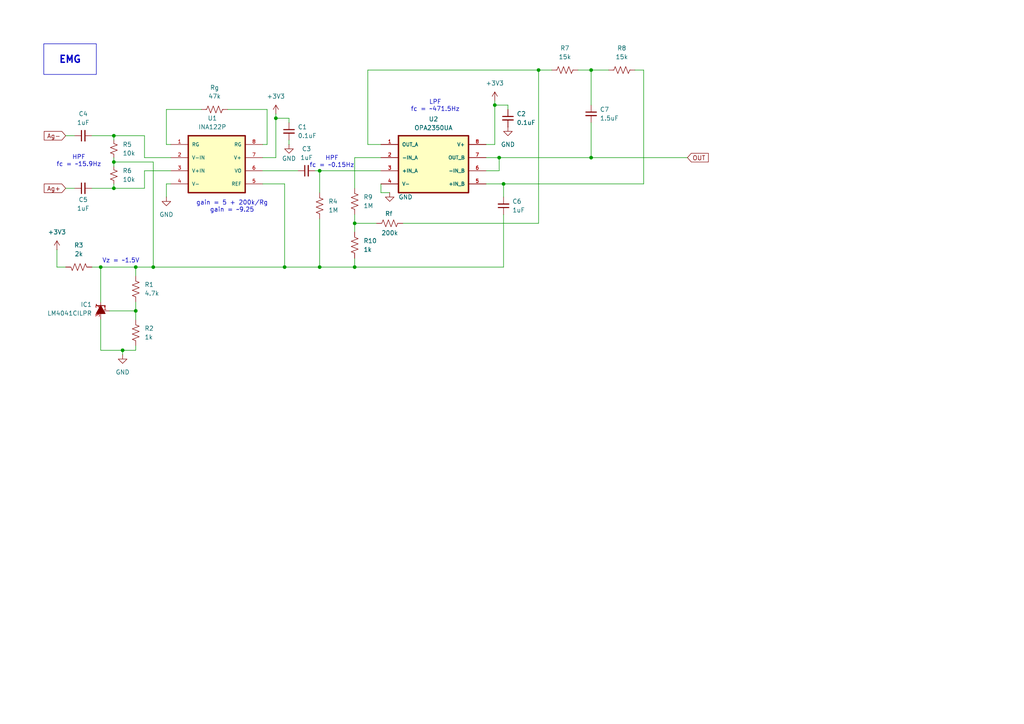
<source format=kicad_sch>
(kicad_sch (version 20250114) (generator "eeschema") (generator_version "9.0")
  (paper "A4")
  (lib_symbols
    (symbol "Device:C_Small" (pin_numbers (hide yes)) (pin_names (offset 0.254) (hide yes))
      (property "Reference" "C" (at 0.254 1.778 0))
      (property "Value" "C_Small" (at 0.254 -2.032 0))
      (symbol "C_Small_0_1"
        (polyline (pts (xy -1.524 0.508) (xy 1.524 0.508)) (stroke (width 0.3048)))
        (polyline (pts (xy -1.524 -0.508) (xy 1.524 -0.508)) (stroke (width 0.3302)))
      )
      (symbol "C_Small_1_1"
        (pin passive line (at 0 2.54 270) (length 2.032) (name "~") (number "1"))
        (pin passive line (at 0 -2.54 90) (length 2.032) (name "~") (number "2"))
      )
    )
    (symbol "Device:R_Small_US" (pin_numbers (hide yes)) (pin_names (offset 0.254) (hide yes))
      (property "Reference" "R" (at 0.762 0.508 0))
      (property "Value" "R_Small_US" (at 0.762 -1.016 0))
      (symbol "R_Small_US_1_1"
        (polyline (pts (xy 0 1.524) (xy 1.016 1.143) (xy 0 0.762) (xy -1.016 0.381) (xy 0 0)))
        (polyline (pts (xy 0 0) (xy 1.016 -0.381) (xy 0 -0.762) (xy -1.016 -1.143) (xy 0 -1.524)))
        (pin passive line (at 0 2.54 270) (length 1.016) (name "~") (number "1"))
        (pin passive line (at 0 -2.54 90) (length 1.016) (name "~") (number "2"))
      )
    )
    (symbol "Device:R_US" (pin_numbers (hide yes)) (pin_names (offset 0))
      (property "Reference" "R" (at 2.54 0 90))
      (property "Value" "R_US" (at -2.54 0 90))
      (symbol "R_US_0_1"
        (polyline (pts (xy 0 2.286) (xy 0 2.54)))
        (polyline (pts (xy 0 2.286) (xy 1.016 1.905) (xy 0 1.524) (xy -1.016 1.143) (xy 0 0.762)))
        (polyline (pts (xy 0 0.762) (xy 1.016 0.381) (xy 0 0) (xy -1.016 -0.381) (xy 0 -0.762)))
        (polyline (pts (xy 0 -0.762) (xy 1.016 -1.143) (xy 0 -1.524) (xy -1.016 -1.905) (xy 0 -2.286)))
        (polyline (pts (xy 0 -2.286) (xy 0 -2.54)))
      )
      (symbol "R_US_1_1"
        (pin passive line (at 0 3.81 270) (length 1.27) (name "~") (number "1"))
        (pin passive line (at 0 -3.81 90) (length 1.27) (name "~") (number "2"))
      )
    )
    (symbol "ECE445L:LM4041CILPR" (pin_names (offset 1.016))
      (property "Reference" "IC" (at 2.7965 1.9067 0))
      (property "Value" "LM4041CILPR" (at 2.796 -0.8896 0))
      (symbol "LM4041CILPR_0_0"
        (polyline (pts (xy -1.27 1.524) (xy -1.27 1.143)) (stroke (width 0.254)))
        (polyline (pts (xy 0 1.524) (xy -1.27 1.524)) (stroke (width 0.254)))
        (polyline (pts (xy 0 1.524) (xy -1.27 -0.762) (xy 1.27 -0.762) (xy 0 1.524)) (stroke (width 0.254)) (fill (type outline)))
        (polyline (pts (xy 1.27 1.905) (xy 1.27 1.524)) (stroke (width 0.254)))
        (polyline (pts (xy 1.27 1.524) (xy 0 1.524)) (stroke (width 0.254)))
        (pin passive line (at -2.54 0 0) (length 2.54) (name "~") (number "1"))
        (pin passive line (at 0 2.54 270) (length 2.54) (name "~") (number "2"))
        (pin passive line (at 0 -2.54 90) (length 2.54) (name "~") (number "3"))
      )
    )
    (symbol "INA122P:INA122P" (pin_names (offset 1.016))
      (property "Reference" "U" (at -0.762 9.652 0))
      (property "Value" "INA122P" (at -3.302 -10.16 0))
      (symbol "INA122P_0_0"
        (rectangle (start -7.62 8.89) (end 8.89 -7.62) (stroke (width 0.41)) (fill (type background)))
        (pin bidirectional line (at -12.7 6.35 0) (length 5.08) (name "RG") (number "1"))
        (pin input line (at -12.7 2.54 0) (length 5.08) (name "V-IN") (number "2"))
        (pin input line (at -12.7 -1.27 0) (length 5.08) (name "V+IN") (number "3"))
        (pin power_in line (at -12.7 -5.08 0) (length 5.08) (name "V-") (number "4"))
        (pin bidirectional line (at 13.97 6.35 180) (length 5.08) (name "RG") (number "8"))
        (pin power_in line (at 13.97 2.54 180) (length 5.08) (name "V+") (number "7"))
        (pin output line (at 13.97 -1.27 180) (length 5.08) (name "VO") (number "6"))
        (pin input line (at 13.97 -5.08 180) (length 5.08) (name "REF") (number "5"))
      )
    )
    (symbol "OPA2350UA:OPA2350UA" (pin_names (offset 1.016))
      (property "Reference" "U" (at -0.762 13.716 0))
      (property "Value" "OPA2350UA" (at -5.588 -15.494 0))
      (symbol "OPA2350UA_0_0"
        (rectangle (start -10.16 7.62) (end 10.16 -8.89) (stroke (width 0.41)) (fill (type background)))
        (pin output line (at -15.24 5.08 0) (length 5.08) (name "OUT_A") (number "1"))
        (pin input line (at -15.24 1.27 0) (length 5.08) (name "-IN_A") (number "2"))
        (pin input line (at -15.24 -2.54 0) (length 5.08) (name "+IN_A") (number "3"))
        (pin power_in line (at -15.24 -6.35 0) (length 5.08) (name "V-") (number "4"))
        (pin power_in line (at 15.24 5.08 180) (length 5.08) (name "V+") (number "8"))
        (pin output line (at 15.24 1.27 180) (length 5.08) (name "OUT_B") (number "7"))
        (pin input line (at 15.24 -2.54 180) (length 5.08) (name "-IN_B") (number "6"))
        (pin input line (at 15.24 -6.35 180) (length 5.08) (name "+IN_B") (number "5"))
      )
    )
    (symbol "power:+3V3" (power) (pin_numbers (hide yes)) (pin_names (offset 0) (hide yes))
      (property "Value" "+3V3" (at 0 3.556 0))
      (symbol "+3V3_0_1"
        (polyline (pts (xy -0.762 1.27) (xy 0 2.54)))
        (polyline (pts (xy 0 2.54) (xy 0.762 1.27)))
        (polyline (pts (xy 0 0) (xy 0 2.54)))
      )
      (symbol "+3V3_1_1"
        (pin power_in line (at 0 0 90) (length 0) (name "~") (number "1"))
      )
    )
    (symbol "power:GND" (power) (pin_numbers (hide yes)) (pin_names (offset 0) (hide yes))
      (property "Value" "GND" (at 0 -3.81 0))
      (symbol "GND_0_1"
        (polyline (pts (xy 0 0) (xy 0 -1.27) (xy 1.27 -1.27) (xy 0 -2.54) (xy -1.27 -1.27) (xy 0 -1.27)))
      )
      (symbol "GND_1_1"
        (pin power_in line (at 0 0 270) (length 0) (name "~") (number "1"))
      )
    )
  )
  (text "gain = 5 + 200k/Rg\ngain = ~9.25\n" (at 67.31 59.944 0) (effects (font (size 1.27 1.27))))
  (text "Vz = ~1.5V\n" (at 35.052 75.692 0) (effects (font (size 1.27 1.27))))
  (text "HPF\nfc = ~15.9Hz\n" (at 22.86 46.736 0) (effects (font (size 1.27 1.27))))
  (text "HPF\nfc = ~0.15Hz" (at 96.266 46.99 0) (effects (font (size 1.27 1.27))))
  (text "LPF\nfc = ~471.5Hz" (at 126.238 30.734 0) (effects (font (size 1.27 1.27))))
  (text_box "EMG\n" (at 12.7 12.7 0) (size 15.24 8.89) (margins 1.5 1.5 1.5 1.5) (effects (font (size 2 2) (thickness 0.4) (bold yes))))
  (junction (at 39.37 90.17))
  (junction (at 33.02 46.99))
  (junction (at 92.71 49.53))
  (junction (at 102.87 64.77))
  (junction (at 143.51 30.48))
  (junction (at 29.21 77.47))
  (junction (at 33.02 39.37))
  (junction (at 102.87 77.47))
  (junction (at 144.78 45.72))
  (junction (at 171.45 20.32))
  (junction (at 33.02 54.61))
  (junction (at 44.45 77.47))
  (junction (at 80.01 34.29))
  (junction (at 35.56 101.6))
  (junction (at 39.37 77.47))
  (junction (at 171.45 45.72))
  (junction (at 92.71 77.47))
  (junction (at 82.55 77.47))
  (junction (at 146.05 53.34))
  (junction (at 156.21 20.32))
  (wire (pts (xy 39.37 90.17) (xy 39.37 92.71)))
  (wire (pts (xy 186.69 53.34) (xy 146.05 53.34)))
  (wire (pts (xy 167.64 20.32) (xy 171.45 20.32)))
  (wire (pts (xy 140.97 45.72) (xy 144.78 45.72)))
  (wire (pts (xy 156.21 20.32) (xy 106.68 20.32)))
  (wire (pts (xy 156.21 20.32) (xy 160.02 20.32)))
  (wire (pts (xy 76.2 49.53) (xy 86.36 49.53)))
  (wire (pts (xy 41.91 49.53) (xy 41.91 54.61)))
  (wire (pts (xy 39.37 80.01) (xy 39.37 77.47)))
  (wire (pts (xy 76.2 53.34) (xy 82.55 53.34)))
  (wire (pts (xy 80.01 33.02) (xy 80.01 34.29)))
  (wire (pts (xy 33.02 46.99) (xy 33.02 48.26)))
  (wire (pts (xy 29.21 92.71) (xy 29.21 101.6)))
  (wire (pts (xy 35.56 101.6) (xy 39.37 101.6)))
  (wire (pts (xy 102.87 45.72) (xy 110.49 45.72)))
  (wire (pts (xy 83.82 34.29) (xy 83.82 35.56)))
  (wire (pts (xy 171.45 20.32) (xy 171.45 30.48)))
  (wire (pts (xy 48.26 53.34) (xy 48.26 57.15)))
  (wire (pts (xy 41.91 45.72) (xy 41.91 39.37)))
  (wire (pts (xy 147.32 30.48) (xy 147.32 31.75)))
  (wire (pts (xy 146.05 62.23) (xy 146.05 77.47)))
  (wire (pts (xy 92.71 49.53) (xy 92.71 55.88)))
  (wire (pts (xy 26.67 77.47) (xy 29.21 77.47)))
  (wire (pts (xy 102.87 64.77) (xy 109.22 64.77)))
  (wire (pts (xy 83.82 40.64) (xy 83.82 41.91)))
  (wire (pts (xy 31.75 90.17) (xy 39.37 90.17)))
  (wire (pts (xy 76.2 45.72) (xy 80.01 45.72)))
  (wire (pts (xy 92.71 63.5) (xy 92.71 77.47)))
  (wire (pts (xy 110.49 55.88) (xy 110.49 53.34)))
  (wire (pts (xy 33.02 46.99) (xy 44.45 46.99)))
  (wire (pts (xy 146.05 53.34) (xy 146.05 57.15)))
  (wire (pts (xy 26.67 39.37) (xy 33.02 39.37)))
  (wire (pts (xy 39.37 101.6) (xy 39.37 100.33)))
  (wire (pts (xy 140.97 49.53) (xy 144.78 49.53)))
  (wire (pts (xy 171.45 20.32) (xy 176.53 20.32)))
  (wire (pts (xy 91.44 49.53) (xy 92.71 49.53)))
  (wire (pts (xy 48.26 31.75) (xy 48.26 41.91)))
  (wire (pts (xy 82.55 53.34) (xy 82.55 77.47)))
  (wire (pts (xy 66.04 31.75) (xy 77.47 31.75)))
  (wire (pts (xy 77.47 31.75) (xy 77.47 41.91)))
  (wire (pts (xy 39.37 87.63) (xy 39.37 90.17)))
  (wire (pts (xy 16.51 77.47) (xy 19.05 77.47)))
  (wire (pts (xy 29.21 101.6) (xy 35.56 101.6)))
  (wire (pts (xy 44.45 77.47) (xy 82.55 77.47)))
  (wire (pts (xy 143.51 29.21) (xy 143.51 30.48)))
  (wire (pts (xy 146.05 77.47) (xy 102.87 77.47)))
  (wire (pts (xy 33.02 45.72) (xy 33.02 46.99)))
  (wire (pts (xy 106.68 20.32) (xy 106.68 41.91)))
  (wire (pts (xy 19.05 54.61) (xy 21.59 54.61)))
  (wire (pts (xy 41.91 54.61) (xy 33.02 54.61)))
  (wire (pts (xy 140.97 53.34) (xy 146.05 53.34)))
  (wire (pts (xy 41.91 49.53) (xy 49.53 49.53)))
  (wire (pts (xy 44.45 46.99) (xy 44.45 77.47)))
  (wire (pts (xy 144.78 49.53) (xy 144.78 45.72)))
  (wire (pts (xy 80.01 34.29) (xy 83.82 34.29)))
  (wire (pts (xy 171.45 45.72) (xy 171.45 35.56)))
  (wire (pts (xy 144.78 45.72) (xy 171.45 45.72)))
  (wire (pts (xy 143.51 30.48) (xy 143.51 41.91)))
  (wire (pts (xy 156.21 64.77) (xy 156.21 20.32)))
  (wire (pts (xy 19.05 39.37) (xy 21.59 39.37)))
  (wire (pts (xy 29.21 77.47) (xy 29.21 87.63)))
  (wire (pts (xy 44.45 77.47) (xy 39.37 77.47)))
  (wire (pts (xy 102.87 62.23) (xy 102.87 64.77)))
  (wire (pts (xy 102.87 54.61) (xy 102.87 45.72)))
  (wire (pts (xy 76.2 41.91) (xy 77.47 41.91)))
  (wire (pts (xy 113.03 55.88) (xy 110.49 55.88)))
  (wire (pts (xy 143.51 30.48) (xy 147.32 30.48)))
  (wire (pts (xy 186.69 20.32) (xy 186.69 53.34)))
  (wire (pts (xy 92.71 49.53) (xy 110.49 49.53)))
  (wire (pts (xy 39.37 77.47) (xy 29.21 77.47)))
  (wire (pts (xy 140.97 41.91) (xy 143.51 41.91)))
  (wire (pts (xy 80.01 34.29) (xy 80.01 45.72)))
  (wire (pts (xy 116.84 64.77) (xy 156.21 64.77)))
  (wire (pts (xy 33.02 39.37) (xy 41.91 39.37)))
  (wire (pts (xy 106.68 41.91) (xy 110.49 41.91)))
  (wire (pts (xy 82.55 77.47) (xy 92.71 77.47)))
  (wire (pts (xy 33.02 39.37) (xy 33.02 40.64)))
  (wire (pts (xy 26.67 54.61) (xy 33.02 54.61)))
  (wire (pts (xy 35.56 101.6) (xy 35.56 102.87)))
  (wire (pts (xy 58.42 31.75) (xy 48.26 31.75)))
  (wire (pts (xy 102.87 74.93) (xy 102.87 77.47)))
  (wire (pts (xy 48.26 53.34) (xy 49.53 53.34)))
  (wire (pts (xy 171.45 45.72) (xy 199.39 45.72)))
  (wire (pts (xy 184.15 20.32) (xy 186.69 20.32)))
  (wire (pts (xy 41.91 45.72) (xy 49.53 45.72)))
  (wire (pts (xy 48.26 41.91) (xy 49.53 41.91)))
  (wire (pts (xy 16.51 72.39) (xy 16.51 77.47)))
  (wire (pts (xy 33.02 54.61) (xy 33.02 53.34)))
  (wire (pts (xy 102.87 64.77) (xy 102.87 67.31)))
  (wire (pts (xy 102.87 77.47) (xy 92.71 77.47)))
  (global_label "OUT" (shape input) (at 199.39 45.72 0) (property "Intersheetrefs" "${INTERSHEET_REFS}" (effects (hide yes))))
  (global_label "Ag+" (shape input) (at 19.05 54.61 180) (property "Intersheetrefs" "${INTERSHEET_REFS}" (effects (hide yes))))
  (global_label "Ag-" (shape input) (at 19.05 39.37 180) (property "Intersheetrefs" "${INTERSHEET_REFS}" (effects (hide yes))))
  (symbol (lib_id "Device:R_US") (at 22.86 77.47 90) (mirror x) (unit 1)
    (property "Reference" "R3" (at 22.86 71.12 90))
    (property "Value" "2k" (at 22.86 73.66 90))
    (property "Description" "Resistor, US symbol" (effects (hide yes)))
  )
  (symbol (lib_id "Device:C_Small") (at 146.05 59.69 180) (unit 1)
    (property "Reference" "C6" (at 148.59 58.4135 0) (effects (justify right)))
    (property "Value" "1uF" (at 148.59 60.9535 0) (effects (justify right)))
    (property "Description" "Unpolarized capacitor, small symbol" (effects (hide yes)))
  )
  (symbol (lib_id "Device:R_US") (at 39.37 96.52 0) (unit 1)
    (property "Reference" "R2" (at 41.91 95.2499 0) (effects (justify left)))
    (property "Value" "1k" (at 41.91 97.7899 0) (effects (justify left)))
    (property "Description" "Resistor, US symbol" (effects (hide yes)))
  )
  (symbol (lib_id "Device:C_Small") (at 24.13 54.61 90) (unit 1)
    (property "Reference" "C5" (at 24.13 57.912 90))
    (property "Value" "1uF" (at 24.13 60.452 90))
    (property "Description" "Unpolarized capacitor, small symbol" (effects (hide yes)))
  )
  (symbol (lib_id "Device:C_Small") (at 24.13 39.37 90) (unit 1)
    (property "Reference" "C4" (at 24.1363 33.02 90))
    (property "Value" "1uF" (at 24.1363 35.56 90))
    (property "Description" "Unpolarized capacitor, small symbol" (effects (hide yes)))
  )
  (symbol (lib_id "INA122P:INA122P") (at 62.23 48.26 0) (unit 1)
    (property "Reference" "U1" (at 61.595 34.29 0))
    (property "Value" "INA122P" (at 61.595 36.83 0))
    (property "Footprint" "INA122P:DIP794W45P254L959H508Q8" (effects (hide yes)))
    (property "MF" "Texas Instruments" (effects (hide yes)))
    (property "Description_1" "Single Supply, MicroPower Instrumentation Amplifier" (effects (hide yes)))
    (property "Package" "PDIP-8 Texas" (effects (hide yes)))
    (property "Price" "None" (effects (hide yes)))
    (property "SnapEDA_Link" "https://www.snapeda.com/parts/INA122P/Texas+Instruments/view-part/?ref=snap" (effects (hide yes)))
    (property "MP" "INA122P" (effects (hide yes)))
    (property "Availability" "In Stock" (effects (hide yes)))
    (property "Check_prices" "https://www.snapeda.com/parts/INA122P/Texas+Instruments/view-part/?ref=eda" (effects (hide yes)))
  )
  (symbol (lib_id "power:GND") (at 35.56 102.87 0) (unit 1)
    (property "Reference" "#PWR04" (effects (hide yes)))
    (property "Value" "GND" (at 35.56 107.95 0))
    (property "Description" "Power symbol creates a global label with name \"GND\" , ground" (effects (hide yes)))
  )
  (symbol (lib_id "Device:R_Small_US") (at 33.02 43.18 0) (unit 1)
    (property "Reference" "R5" (at 35.56 41.9099 0) (effects (justify left)))
    (property "Value" "10k" (at 35.56 44.4499 0) (effects (justify left)))
    (property "Description" "Resistor, small US symbol" (effects (hide yes)))
  )
  (symbol (lib_id "power:GND") (at 113.03 55.88 0) (unit 1)
    (property "Reference" "#PWR06" (effects (hide yes)))
    (property "Value" "GND" (at 115.57 57.1499 0) (effects (justify left)))
    (property "Description" "Power symbol creates a global label with name \"GND\" , ground" (effects (hide yes)))
  )
  (symbol (lib_id "Device:R_US") (at 102.87 71.12 0) (unit 1)
    (property "Reference" "R10" (at 105.41 69.8499 0) (effects (justify left)))
    (property "Value" "1k" (at 105.41 72.3899 0) (effects (justify left)))
    (property "Description" "Resistor, US symbol" (effects (hide yes)))
  )
  (symbol (lib_id "Device:C_Small") (at 171.45 33.02 0) (unit 1)
    (property "Reference" "C7" (at 173.99 31.7562 0) (effects (justify left)))
    (property "Value" "1.5uF" (at 173.99 34.2962 0) (effects (justify left)))
    (property "Description" "Unpolarized capacitor, small symbol" (effects (hide yes)))
  )
  (symbol (lib_id "power:+3V3") (at 80.01 33.02 0) (unit 1)
    (property "Reference" "#PWR02" (effects (hide yes)))
    (property "Value" "+3V3" (at 80.01 27.94 0))
    (property "Description" "Power symbol creates a global label with name \"+3V3\"" (effects (hide yes)))
  )
  (symbol (lib_id "power:+3V3") (at 16.51 72.39 0) (unit 1)
    (property "Reference" "#PWR05" (effects (hide yes)))
    (property "Value" "+3V3" (at 16.51 67.31 0))
    (property "Description" "Power symbol creates a global label with name \"+3V3\"" (effects (hide yes)))
  )
  (symbol (lib_id "Device:R_US") (at 102.87 58.42 0) (unit 1)
    (property "Reference" "R9" (at 105.41 57.1499 0) (effects (justify left)))
    (property "Value" "1M" (at 105.41 59.6899 0) (effects (justify left)))
    (property "Description" "Resistor, US symbol" (effects (hide yes)))
  )
  (symbol (lib_id "power:+3V3") (at 143.51 29.21 0) (unit 1)
    (property "Reference" "#PWR07" (effects (hide yes)))
    (property "Value" "+3V3" (at 143.51 24.13 0))
    (property "Description" "Power symbol creates a global label with name \"+3V3\"" (effects (hide yes)))
  )
  (symbol (lib_id "power:GND") (at 147.32 36.83 0) (unit 1)
    (property "Reference" "#PWR08" (effects (hide yes)))
    (property "Value" "GND" (at 147.32 41.91 0))
    (property "Description" "Power symbol creates a global label with name \"GND\" , ground" (effects (hide yes)))
  )
  (symbol (lib_id "ECE445L:LM4041CILPR") (at 29.21 90.17 0) (mirror y) (unit 1)
    (property "Reference" "IC1" (at 26.67 88.3284 0) (effects (justify left)))
    (property "Value" "LM4041CILPR" (at 26.67 90.8684 0) (effects (justify left)))
    (property "Footprint" "ECE445L:ti_LM4041CILPR" (effects (hide yes)))
    (property "Datasheet" "https://www.ti.com/general/docs/suppproductinfo.tsp?distId=26&gotoUrl=https://www.ti.com/lit/gpn/lm4041a12" (effects (hide yes)))
    (property "Distributor" "Mouser" (effects (hide yes)))
    (property "Manufacturer" "Texas Instruments" (effects (hide yes)))
    (property "P/N" "LM4041CILPR" (effects (hide yes)))
    (property "Cost" "0.78" (effects (hide yes)))
  )
  (symbol (lib_id "power:GND") (at 48.26 57.15 0) (unit 1)
    (property "Reference" "#PWR01" (effects (hide yes)))
    (property "Value" "GND" (at 48.26 62.23 0))
    (property "Description" "Power symbol creates a global label with name \"GND\" , ground" (effects (hide yes)))
  )
  (symbol (lib_id "Device:R_US") (at 39.37 83.82 0) (unit 1)
    (property "Reference" "R1" (at 41.91 82.5499 0) (effects (justify left)))
    (property "Value" "4.7k" (at 41.91 85.0899 0) (effects (justify left)))
    (property "Description" "Resistor, US symbol" (effects (hide yes)))
  )
  (symbol (lib_id "Device:C_Small") (at 147.32 34.29 0) (unit 1)
    (property "Reference" "C2" (at 149.86 33.0262 0) (effects (justify left)))
    (property "Value" "0.1uF" (at 149.86 35.5662 0) (effects (justify left)))
    (property "Description" "Unpolarized capacitor, small symbol" (effects (hide yes)))
  )
  (symbol (lib_id "Device:C_Small") (at 88.9 49.53 90) (unit 1)
    (property "Reference" "C3" (at 88.9063 43.18 90))
    (property "Value" "1uF" (at 88.9063 45.72 90))
    (property "Description" "Unpolarized capacitor, small symbol" (effects (hide yes)))
  )
  (symbol (lib_id "Device:R_US") (at 62.23 31.75 90) (unit 1)
    (property "Reference" "Rg" (at 62.23 25.4 90))
    (property "Value" "47k" (at 62.23 27.94 90))
    (property "Description" "Resistor, US symbol" (effects (hide yes)))
  )
  (symbol (lib_id "Device:C_Small") (at 83.82 38.1 0) (unit 1)
    (property "Reference" "C1" (at 86.36 36.8362 0) (effects (justify left)))
    (property "Value" "0.1uF" (at 86.36 39.3762 0) (effects (justify left)))
    (property "Description" "Unpolarized capacitor, small symbol" (effects (hide yes)))
  )
  (symbol (lib_id "power:GND") (at 83.82 41.91 0) (unit 1)
    (property "Reference" "#PWR03" (effects (hide yes)))
    (property "Value" "GND" (at 83.82 45.974 0))
    (property "Description" "Power symbol creates a global label with name \"GND\" , ground" (effects (hide yes)))
  )
  (symbol (lib_id "Device:R_US") (at 113.03 64.77 90) (unit 1)
    (property "Reference" "Rf" (at 112.776 61.976 90))
    (property "Value" "200k" (at 113.03 67.564 90))
    (property "Description" "Resistor, US symbol" (effects (hide yes)))
  )
  (symbol (lib_id "Device:R_US") (at 92.71 59.69 0) (unit 1)
    (property "Reference" "R4" (at 95.25 58.4199 0) (effects (justify left)))
    (property "Value" "1M" (at 95.25 60.9599 0) (effects (justify left)))
    (property "Description" "Resistor, US symbol" (effects (hide yes)))
  )
  (symbol (lib_id "Device:R_US") (at 163.83 20.32 90) (unit 1)
    (property "Reference" "R7" (at 163.83 13.97 90))
    (property "Value" "15k" (at 163.83 16.51 90))
    (property "Description" "Resistor, US symbol" (effects (hide yes)))
  )
  (symbol (lib_id "Device:R_US") (at 180.34 20.32 90) (unit 1)
    (property "Reference" "R8" (at 180.34 13.97 90))
    (property "Value" "15k" (at 180.34 16.51 90))
    (property "Description" "Resistor, US symbol" (effects (hide yes)))
  )
  (symbol (lib_id "OPA2350UA:OPA2350UA") (at 125.73 46.99 0) (unit 1)
    (property "Reference" "U2" (at 125.73 34.544 0))
    (property "Value" "OPA2350UA" (at 125.73 37.084 0))
    (property "Footprint" "OPA2350UA:SOIC127P599X175-8N" (effects (hide yes)))
    (property "MF" "Texas Instruments" (effects (hide yes)))
    (property "Description_1" "Dual single-supply, rail-to-rail, high speed, low-noise operational amplifier" (effects (hide yes)))
    (property "Package" "SOIC-8 Texas Instruments" (effects (hide yes)))
    (property "Price" "None" (effects (hide yes)))
    (property "SnapEDA_Link" "https://www.snapeda.com/parts/OPA2350UA/Texas+Instruments/view-part/?ref=snap" (effects (hide yes)))
    (property "MP" "OPA2350UA" (effects (hide yes)))
    (property "Availability" "In Stock" (effects (hide yes)))
    (property "Check_prices" "https://www.snapeda.com/parts/OPA2350UA/Texas+Instruments/view-part/?ref=eda" (effects (hide yes)))
  )
  (symbol (lib_id "Device:R_Small_US") (at 33.02 50.8 0) (unit 1)
    (property "Reference" "R6" (at 35.56 49.5299 0) (effects (justify left)))
    (property "Value" "10k" (at 35.56 52.0699 0) (effects (justify left)))
    (property "Description" "Resistor, small US symbol" (effects (hide yes)))
  )
)
</source>
